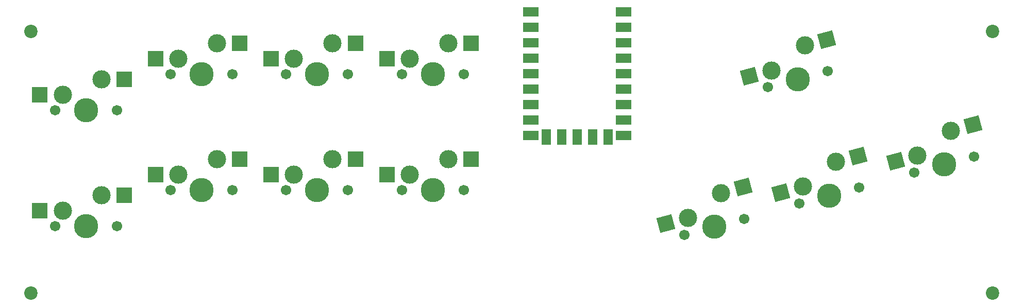
<source format=gbr>
%TF.GenerationSoftware,KiCad,Pcbnew,(6.0.1)*%
%TF.CreationDate,2023-06-03T01:29:09+02:00*%
%TF.ProjectId,cock,636f636b-2e6b-4696-9361-645f70636258,rev?*%
%TF.SameCoordinates,Original*%
%TF.FileFunction,Soldermask,Bot*%
%TF.FilePolarity,Negative*%
%FSLAX46Y46*%
G04 Gerber Fmt 4.6, Leading zero omitted, Abs format (unit mm)*
G04 Created by KiCad (PCBNEW (6.0.1)) date 2023-06-03 01:29:09*
%MOMM*%
%LPD*%
G01*
G04 APERTURE LIST*
G04 Aperture macros list*
%AMRotRect*
0 Rectangle, with rotation*
0 The origin of the aperture is its center*
0 $1 length*
0 $2 width*
0 $3 Rotation angle, in degrees counterclockwise*
0 Add horizontal line*
21,1,$1,$2,0,0,$3*%
G04 Aperture macros list end*
%ADD10C,3.000000*%
%ADD11C,1.701800*%
%ADD12C,3.987800*%
%ADD13R,2.550000X2.500000*%
%ADD14RotRect,2.550000X2.500000X15.000000*%
%ADD15C,2.200000*%
%ADD16R,2.600000X1.600000*%
%ADD17R,1.600000X2.600000*%
G04 APERTURE END LIST*
D10*
%TO.C,K5*%
X61190000Y-74460000D03*
D11*
X70080000Y-77000000D03*
X59920000Y-77000000D03*
D12*
X65000000Y-77000000D03*
D10*
X67540000Y-71920000D03*
D13*
X71290000Y-71920000D03*
X57440000Y-74460000D03*
%TD*%
D12*
%TO.C,K6*%
X84000000Y-71050000D03*
D11*
X89080000Y-71050000D03*
X78920000Y-71050000D03*
D10*
X86540000Y-65970000D03*
X80190000Y-68510000D03*
D13*
X90290000Y-65970000D03*
X76440000Y-68510000D03*
%TD*%
D10*
%TO.C,K7*%
X105540000Y-65970000D03*
D12*
X103000000Y-71050000D03*
D11*
X97920000Y-71050000D03*
X108080000Y-71050000D03*
D10*
X99190000Y-68510000D03*
D13*
X109290000Y-65970000D03*
X95440000Y-68510000D03*
%TD*%
D11*
%TO.C,K8*%
X116920000Y-71050000D03*
D12*
X122000000Y-71050000D03*
D10*
X124540000Y-65970000D03*
X118190000Y-68510000D03*
D11*
X127080000Y-71050000D03*
D13*
X128290000Y-65970000D03*
X114440000Y-68510000D03*
%TD*%
D10*
%TO.C,K9*%
X124540000Y-46920000D03*
D11*
X116920000Y-52000000D03*
D10*
X118190000Y-49460000D03*
D11*
X127080000Y-52000000D03*
D12*
X122000000Y-52000000D03*
D13*
X128290000Y-46920000D03*
X114440000Y-49460000D03*
%TD*%
D11*
%TO.C,K10*%
X97920000Y-52000000D03*
D10*
X99190000Y-49460000D03*
D11*
X108080000Y-52000000D03*
D12*
X103000000Y-52000000D03*
D10*
X105540000Y-46920000D03*
D13*
X109290000Y-46920000D03*
X95440000Y-49460000D03*
%TD*%
D11*
%TO.C,K11*%
X78920000Y-52000000D03*
D10*
X80190000Y-49460000D03*
X86540000Y-46920000D03*
D12*
X84000000Y-52000000D03*
D11*
X89080000Y-52000000D03*
D13*
X90290000Y-46920000D03*
X76440000Y-49460000D03*
%TD*%
D11*
%TO.C,K12*%
X59920000Y-58000000D03*
D12*
X65000000Y-58000000D03*
D11*
X70080000Y-58000000D03*
D10*
X67540000Y-52920000D03*
X61190000Y-55460000D03*
D13*
X71290000Y-52920000D03*
X57440000Y-55460000D03*
%TD*%
D11*
%TO.C,K2*%
X163318097Y-78429801D03*
D10*
X163887422Y-75647649D03*
D11*
X173131903Y-75800199D03*
D12*
X168225000Y-77115000D03*
D10*
X169363651Y-71550696D03*
D14*
X172985873Y-70580125D03*
X160265200Y-76618220D03*
%TD*%
D12*
%TO.C,K4*%
X205975000Y-66875000D03*
D11*
X210881903Y-65560199D03*
X201068097Y-68189801D03*
D10*
X207113651Y-61310696D03*
X201637422Y-65407649D03*
D14*
X210735873Y-60340125D03*
X198015200Y-66378220D03*
%TD*%
D15*
%TO.C,REF\u002A\u002A*%
X214000000Y-45000000D03*
%TD*%
D10*
%TO.C,K1*%
X177637422Y-51407649D03*
D12*
X181975000Y-52875000D03*
D10*
X183113651Y-47310696D03*
D11*
X186881903Y-51560199D03*
X177068097Y-54189801D03*
D14*
X186735873Y-46340125D03*
X174015200Y-52378220D03*
%TD*%
D15*
%TO.C,REF\u002A\u002A*%
X56000000Y-45000000D03*
%TD*%
%TO.C,REF\u002A\u002A*%
X56000000Y-88000000D03*
%TD*%
D11*
%TO.C,K3*%
X192011903Y-70680199D03*
D12*
X187105000Y-71995000D03*
D10*
X182767422Y-70527649D03*
X188243651Y-66430696D03*
D11*
X182198097Y-73309801D03*
D14*
X191865873Y-65460125D03*
X179145200Y-71498220D03*
%TD*%
D15*
%TO.C,REF\u002A\u002A*%
X214000000Y-88000000D03*
%TD*%
D16*
%TO.C,RZ1*%
X138081000Y-41802000D03*
X138081000Y-44342000D03*
X138081000Y-46882000D03*
X138081000Y-49422000D03*
X138081000Y-51962000D03*
X138081000Y-54502000D03*
X138081000Y-57042000D03*
X138081000Y-59582000D03*
X138081000Y-62122000D03*
D17*
X140621000Y-62332000D03*
X143161000Y-62332000D03*
X145701000Y-62332000D03*
X148241000Y-62332000D03*
X150781000Y-62332000D03*
D16*
X153321000Y-62122000D03*
X153321000Y-59582000D03*
X153321000Y-57042000D03*
X153321000Y-54502000D03*
X153321000Y-51962000D03*
X153321000Y-49422000D03*
X153321000Y-46882000D03*
X153321000Y-41802000D03*
X153321000Y-44342000D03*
%TD*%
M02*

</source>
